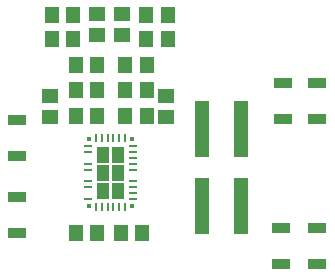
<source format=gtp>
G04*
G04 #@! TF.GenerationSoftware,Altium Limited,Altium Designer,20.0.8 (157)*
G04*
G04 Layer_Color=8421504*
%FSLAX24Y24*%
%MOIN*%
G70*
G01*
G75*
%ADD15R,0.0148X0.0148*%
%ADD16R,0.0433X0.0524*%
%ADD17R,0.0098X0.0276*%
%ADD18R,0.0276X0.0098*%
%ADD19R,0.0630X0.0350*%
%ADD20R,0.0472X0.0551*%
%ADD21R,0.0551X0.0472*%
%ADD22R,0.0460X0.1850*%
G36*
X36334Y27237D02*
X36058D01*
Y27571D01*
X36334D01*
Y27237D01*
D02*
G37*
G36*
X36846Y27237D02*
X36570D01*
Y27571D01*
X36846D01*
Y27237D01*
D02*
G37*
G36*
Y26634D02*
X36570D01*
Y26969D01*
X36846D01*
Y26634D01*
D02*
G37*
G36*
X36334Y26634D02*
X36058D01*
Y26969D01*
X36334D01*
Y26634D01*
D02*
G37*
G36*
X36846Y26031D02*
X36570D01*
Y26367D01*
X36846D01*
Y26031D01*
D02*
G37*
G36*
X36334Y26030D02*
X36058D01*
Y26367D01*
X36334D01*
Y26030D01*
D02*
G37*
D15*
X35738Y25694D02*
D03*
X37166D02*
D03*
Y27909D02*
D03*
X35738D02*
D03*
D16*
X36708Y26199D02*
D03*
X36196D02*
D03*
X36708Y27404D02*
D03*
X36196D02*
D03*
X36708Y26802D02*
D03*
X36196D02*
D03*
D17*
X35960Y27943D02*
D03*
X36157D02*
D03*
X36354D02*
D03*
X36550D02*
D03*
X36747D02*
D03*
X36944D02*
D03*
Y25660D02*
D03*
X36747D02*
D03*
X36550D02*
D03*
X36354D02*
D03*
X36157D02*
D03*
X35960D02*
D03*
D18*
X37200Y27687D02*
D03*
Y27491D02*
D03*
Y27294D02*
D03*
Y27097D02*
D03*
Y26900D02*
D03*
Y26506D02*
D03*
Y26309D02*
D03*
Y26113D02*
D03*
Y25916D02*
D03*
X35704D02*
D03*
Y26309D02*
D03*
Y26506D02*
D03*
Y26900D02*
D03*
Y27097D02*
D03*
Y27491D02*
D03*
Y27687D02*
D03*
D19*
X42200Y29800D02*
D03*
Y28600D02*
D03*
X43350Y29800D02*
D03*
Y28600D02*
D03*
X33350Y24800D02*
D03*
Y26000D02*
D03*
Y28550D02*
D03*
Y27350D02*
D03*
X43350Y23750D02*
D03*
Y24950D02*
D03*
X42150Y23750D02*
D03*
Y24950D02*
D03*
D20*
X37504Y24800D02*
D03*
X36796D02*
D03*
X36004D02*
D03*
X35296D02*
D03*
X36946Y28700D02*
D03*
X37654D02*
D03*
X36004D02*
D03*
X35296D02*
D03*
X37654Y29550D02*
D03*
X36946D02*
D03*
X35296D02*
D03*
X36004D02*
D03*
X37654Y30400D02*
D03*
X36946D02*
D03*
X35296D02*
D03*
X36004D02*
D03*
X38354Y32065D02*
D03*
X37646D02*
D03*
X34496D02*
D03*
X35204D02*
D03*
Y31250D02*
D03*
X34496D02*
D03*
X38354D02*
D03*
X37646D02*
D03*
D21*
X38300Y28646D02*
D03*
Y29354D02*
D03*
X34450D02*
D03*
Y28646D02*
D03*
X36000Y31396D02*
D03*
Y32104D02*
D03*
X36850Y31396D02*
D03*
Y32104D02*
D03*
D22*
X39500Y28250D02*
D03*
X40800D02*
D03*
Y25700D02*
D03*
X39500D02*
D03*
M02*

</source>
